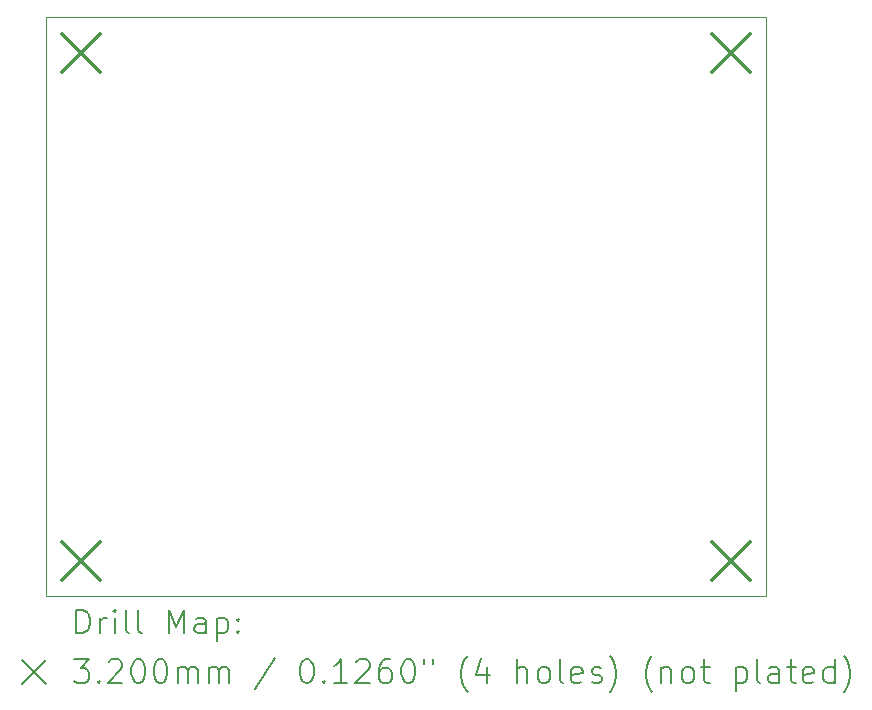
<source format=gbr>
%TF.GenerationSoftware,KiCad,Pcbnew,8.0.5*%
%TF.CreationDate,2025-02-06T11:14:05+08:00*%
%TF.ProjectId,arduino_solar_bikelight_1,61726475-696e-46f5-9f73-6f6c61725f62,rev?*%
%TF.SameCoordinates,Original*%
%TF.FileFunction,Drillmap*%
%TF.FilePolarity,Positive*%
%FSLAX45Y45*%
G04 Gerber Fmt 4.5, Leading zero omitted, Abs format (unit mm)*
G04 Created by KiCad (PCBNEW 8.0.5) date 2025-02-06 11:14:05*
%MOMM*%
%LPD*%
G01*
G04 APERTURE LIST*
%ADD10C,0.050000*%
%ADD11C,0.200000*%
%ADD12C,0.320000*%
G04 APERTURE END LIST*
D10*
X12674500Y-5839500D02*
X18774500Y-5839500D01*
X18774500Y-10739500D01*
X12674500Y-10739500D01*
X12674500Y-5839500D01*
D11*
D12*
X12814500Y-5979500D02*
X13134500Y-6299500D01*
X13134500Y-5979500D02*
X12814500Y-6299500D01*
X12814500Y-10279500D02*
X13134500Y-10599500D01*
X13134500Y-10279500D02*
X12814500Y-10599500D01*
X18314500Y-5979500D02*
X18634500Y-6299500D01*
X18634500Y-5979500D02*
X18314500Y-6299500D01*
X18314500Y-10279500D02*
X18634500Y-10599500D01*
X18634500Y-10279500D02*
X18314500Y-10599500D01*
D11*
X12932777Y-11053484D02*
X12932777Y-10853484D01*
X12932777Y-10853484D02*
X12980396Y-10853484D01*
X12980396Y-10853484D02*
X13008967Y-10863008D01*
X13008967Y-10863008D02*
X13028015Y-10882055D01*
X13028015Y-10882055D02*
X13037539Y-10901103D01*
X13037539Y-10901103D02*
X13047062Y-10939198D01*
X13047062Y-10939198D02*
X13047062Y-10967770D01*
X13047062Y-10967770D02*
X13037539Y-11005865D01*
X13037539Y-11005865D02*
X13028015Y-11024912D01*
X13028015Y-11024912D02*
X13008967Y-11043960D01*
X13008967Y-11043960D02*
X12980396Y-11053484D01*
X12980396Y-11053484D02*
X12932777Y-11053484D01*
X13132777Y-11053484D02*
X13132777Y-10920150D01*
X13132777Y-10958246D02*
X13142301Y-10939198D01*
X13142301Y-10939198D02*
X13151824Y-10929674D01*
X13151824Y-10929674D02*
X13170872Y-10920150D01*
X13170872Y-10920150D02*
X13189920Y-10920150D01*
X13256586Y-11053484D02*
X13256586Y-10920150D01*
X13256586Y-10853484D02*
X13247062Y-10863008D01*
X13247062Y-10863008D02*
X13256586Y-10872531D01*
X13256586Y-10872531D02*
X13266110Y-10863008D01*
X13266110Y-10863008D02*
X13256586Y-10853484D01*
X13256586Y-10853484D02*
X13256586Y-10872531D01*
X13380396Y-11053484D02*
X13361348Y-11043960D01*
X13361348Y-11043960D02*
X13351824Y-11024912D01*
X13351824Y-11024912D02*
X13351824Y-10853484D01*
X13485158Y-11053484D02*
X13466110Y-11043960D01*
X13466110Y-11043960D02*
X13456586Y-11024912D01*
X13456586Y-11024912D02*
X13456586Y-10853484D01*
X13713729Y-11053484D02*
X13713729Y-10853484D01*
X13713729Y-10853484D02*
X13780396Y-10996341D01*
X13780396Y-10996341D02*
X13847062Y-10853484D01*
X13847062Y-10853484D02*
X13847062Y-11053484D01*
X14028015Y-11053484D02*
X14028015Y-10948722D01*
X14028015Y-10948722D02*
X14018491Y-10929674D01*
X14018491Y-10929674D02*
X13999443Y-10920150D01*
X13999443Y-10920150D02*
X13961348Y-10920150D01*
X13961348Y-10920150D02*
X13942301Y-10929674D01*
X14028015Y-11043960D02*
X14008967Y-11053484D01*
X14008967Y-11053484D02*
X13961348Y-11053484D01*
X13961348Y-11053484D02*
X13942301Y-11043960D01*
X13942301Y-11043960D02*
X13932777Y-11024912D01*
X13932777Y-11024912D02*
X13932777Y-11005865D01*
X13932777Y-11005865D02*
X13942301Y-10986817D01*
X13942301Y-10986817D02*
X13961348Y-10977293D01*
X13961348Y-10977293D02*
X14008967Y-10977293D01*
X14008967Y-10977293D02*
X14028015Y-10967770D01*
X14123253Y-10920150D02*
X14123253Y-11120150D01*
X14123253Y-10929674D02*
X14142301Y-10920150D01*
X14142301Y-10920150D02*
X14180396Y-10920150D01*
X14180396Y-10920150D02*
X14199443Y-10929674D01*
X14199443Y-10929674D02*
X14208967Y-10939198D01*
X14208967Y-10939198D02*
X14218491Y-10958246D01*
X14218491Y-10958246D02*
X14218491Y-11015389D01*
X14218491Y-11015389D02*
X14208967Y-11034436D01*
X14208967Y-11034436D02*
X14199443Y-11043960D01*
X14199443Y-11043960D02*
X14180396Y-11053484D01*
X14180396Y-11053484D02*
X14142301Y-11053484D01*
X14142301Y-11053484D02*
X14123253Y-11043960D01*
X14304205Y-11034436D02*
X14313729Y-11043960D01*
X14313729Y-11043960D02*
X14304205Y-11053484D01*
X14304205Y-11053484D02*
X14294682Y-11043960D01*
X14294682Y-11043960D02*
X14304205Y-11034436D01*
X14304205Y-11034436D02*
X14304205Y-11053484D01*
X14304205Y-10929674D02*
X14313729Y-10939198D01*
X14313729Y-10939198D02*
X14304205Y-10948722D01*
X14304205Y-10948722D02*
X14294682Y-10939198D01*
X14294682Y-10939198D02*
X14304205Y-10929674D01*
X14304205Y-10929674D02*
X14304205Y-10948722D01*
X12472000Y-11282000D02*
X12672000Y-11482000D01*
X12672000Y-11282000D02*
X12472000Y-11482000D01*
X12913729Y-11273484D02*
X13037539Y-11273484D01*
X13037539Y-11273484D02*
X12970872Y-11349674D01*
X12970872Y-11349674D02*
X12999443Y-11349674D01*
X12999443Y-11349674D02*
X13018491Y-11359198D01*
X13018491Y-11359198D02*
X13028015Y-11368722D01*
X13028015Y-11368722D02*
X13037539Y-11387769D01*
X13037539Y-11387769D02*
X13037539Y-11435388D01*
X13037539Y-11435388D02*
X13028015Y-11454436D01*
X13028015Y-11454436D02*
X13018491Y-11463960D01*
X13018491Y-11463960D02*
X12999443Y-11473484D01*
X12999443Y-11473484D02*
X12942301Y-11473484D01*
X12942301Y-11473484D02*
X12923253Y-11463960D01*
X12923253Y-11463960D02*
X12913729Y-11454436D01*
X13123253Y-11454436D02*
X13132777Y-11463960D01*
X13132777Y-11463960D02*
X13123253Y-11473484D01*
X13123253Y-11473484D02*
X13113729Y-11463960D01*
X13113729Y-11463960D02*
X13123253Y-11454436D01*
X13123253Y-11454436D02*
X13123253Y-11473484D01*
X13208967Y-11292531D02*
X13218491Y-11283008D01*
X13218491Y-11283008D02*
X13237539Y-11273484D01*
X13237539Y-11273484D02*
X13285158Y-11273484D01*
X13285158Y-11273484D02*
X13304205Y-11283008D01*
X13304205Y-11283008D02*
X13313729Y-11292531D01*
X13313729Y-11292531D02*
X13323253Y-11311579D01*
X13323253Y-11311579D02*
X13323253Y-11330627D01*
X13323253Y-11330627D02*
X13313729Y-11359198D01*
X13313729Y-11359198D02*
X13199443Y-11473484D01*
X13199443Y-11473484D02*
X13323253Y-11473484D01*
X13447062Y-11273484D02*
X13466110Y-11273484D01*
X13466110Y-11273484D02*
X13485158Y-11283008D01*
X13485158Y-11283008D02*
X13494682Y-11292531D01*
X13494682Y-11292531D02*
X13504205Y-11311579D01*
X13504205Y-11311579D02*
X13513729Y-11349674D01*
X13513729Y-11349674D02*
X13513729Y-11397293D01*
X13513729Y-11397293D02*
X13504205Y-11435388D01*
X13504205Y-11435388D02*
X13494682Y-11454436D01*
X13494682Y-11454436D02*
X13485158Y-11463960D01*
X13485158Y-11463960D02*
X13466110Y-11473484D01*
X13466110Y-11473484D02*
X13447062Y-11473484D01*
X13447062Y-11473484D02*
X13428015Y-11463960D01*
X13428015Y-11463960D02*
X13418491Y-11454436D01*
X13418491Y-11454436D02*
X13408967Y-11435388D01*
X13408967Y-11435388D02*
X13399443Y-11397293D01*
X13399443Y-11397293D02*
X13399443Y-11349674D01*
X13399443Y-11349674D02*
X13408967Y-11311579D01*
X13408967Y-11311579D02*
X13418491Y-11292531D01*
X13418491Y-11292531D02*
X13428015Y-11283008D01*
X13428015Y-11283008D02*
X13447062Y-11273484D01*
X13637539Y-11273484D02*
X13656586Y-11273484D01*
X13656586Y-11273484D02*
X13675634Y-11283008D01*
X13675634Y-11283008D02*
X13685158Y-11292531D01*
X13685158Y-11292531D02*
X13694682Y-11311579D01*
X13694682Y-11311579D02*
X13704205Y-11349674D01*
X13704205Y-11349674D02*
X13704205Y-11397293D01*
X13704205Y-11397293D02*
X13694682Y-11435388D01*
X13694682Y-11435388D02*
X13685158Y-11454436D01*
X13685158Y-11454436D02*
X13675634Y-11463960D01*
X13675634Y-11463960D02*
X13656586Y-11473484D01*
X13656586Y-11473484D02*
X13637539Y-11473484D01*
X13637539Y-11473484D02*
X13618491Y-11463960D01*
X13618491Y-11463960D02*
X13608967Y-11454436D01*
X13608967Y-11454436D02*
X13599443Y-11435388D01*
X13599443Y-11435388D02*
X13589920Y-11397293D01*
X13589920Y-11397293D02*
X13589920Y-11349674D01*
X13589920Y-11349674D02*
X13599443Y-11311579D01*
X13599443Y-11311579D02*
X13608967Y-11292531D01*
X13608967Y-11292531D02*
X13618491Y-11283008D01*
X13618491Y-11283008D02*
X13637539Y-11273484D01*
X13789920Y-11473484D02*
X13789920Y-11340150D01*
X13789920Y-11359198D02*
X13799443Y-11349674D01*
X13799443Y-11349674D02*
X13818491Y-11340150D01*
X13818491Y-11340150D02*
X13847063Y-11340150D01*
X13847063Y-11340150D02*
X13866110Y-11349674D01*
X13866110Y-11349674D02*
X13875634Y-11368722D01*
X13875634Y-11368722D02*
X13875634Y-11473484D01*
X13875634Y-11368722D02*
X13885158Y-11349674D01*
X13885158Y-11349674D02*
X13904205Y-11340150D01*
X13904205Y-11340150D02*
X13932777Y-11340150D01*
X13932777Y-11340150D02*
X13951824Y-11349674D01*
X13951824Y-11349674D02*
X13961348Y-11368722D01*
X13961348Y-11368722D02*
X13961348Y-11473484D01*
X14056586Y-11473484D02*
X14056586Y-11340150D01*
X14056586Y-11359198D02*
X14066110Y-11349674D01*
X14066110Y-11349674D02*
X14085158Y-11340150D01*
X14085158Y-11340150D02*
X14113729Y-11340150D01*
X14113729Y-11340150D02*
X14132777Y-11349674D01*
X14132777Y-11349674D02*
X14142301Y-11368722D01*
X14142301Y-11368722D02*
X14142301Y-11473484D01*
X14142301Y-11368722D02*
X14151824Y-11349674D01*
X14151824Y-11349674D02*
X14170872Y-11340150D01*
X14170872Y-11340150D02*
X14199443Y-11340150D01*
X14199443Y-11340150D02*
X14218491Y-11349674D01*
X14218491Y-11349674D02*
X14228015Y-11368722D01*
X14228015Y-11368722D02*
X14228015Y-11473484D01*
X14618491Y-11263960D02*
X14447063Y-11521103D01*
X14875634Y-11273484D02*
X14894682Y-11273484D01*
X14894682Y-11273484D02*
X14913729Y-11283008D01*
X14913729Y-11283008D02*
X14923253Y-11292531D01*
X14923253Y-11292531D02*
X14932777Y-11311579D01*
X14932777Y-11311579D02*
X14942301Y-11349674D01*
X14942301Y-11349674D02*
X14942301Y-11397293D01*
X14942301Y-11397293D02*
X14932777Y-11435388D01*
X14932777Y-11435388D02*
X14923253Y-11454436D01*
X14923253Y-11454436D02*
X14913729Y-11463960D01*
X14913729Y-11463960D02*
X14894682Y-11473484D01*
X14894682Y-11473484D02*
X14875634Y-11473484D01*
X14875634Y-11473484D02*
X14856586Y-11463960D01*
X14856586Y-11463960D02*
X14847063Y-11454436D01*
X14847063Y-11454436D02*
X14837539Y-11435388D01*
X14837539Y-11435388D02*
X14828015Y-11397293D01*
X14828015Y-11397293D02*
X14828015Y-11349674D01*
X14828015Y-11349674D02*
X14837539Y-11311579D01*
X14837539Y-11311579D02*
X14847063Y-11292531D01*
X14847063Y-11292531D02*
X14856586Y-11283008D01*
X14856586Y-11283008D02*
X14875634Y-11273484D01*
X15028015Y-11454436D02*
X15037539Y-11463960D01*
X15037539Y-11463960D02*
X15028015Y-11473484D01*
X15028015Y-11473484D02*
X15018491Y-11463960D01*
X15018491Y-11463960D02*
X15028015Y-11454436D01*
X15028015Y-11454436D02*
X15028015Y-11473484D01*
X15228015Y-11473484D02*
X15113729Y-11473484D01*
X15170872Y-11473484D02*
X15170872Y-11273484D01*
X15170872Y-11273484D02*
X15151825Y-11302055D01*
X15151825Y-11302055D02*
X15132777Y-11321103D01*
X15132777Y-11321103D02*
X15113729Y-11330627D01*
X15304206Y-11292531D02*
X15313729Y-11283008D01*
X15313729Y-11283008D02*
X15332777Y-11273484D01*
X15332777Y-11273484D02*
X15380396Y-11273484D01*
X15380396Y-11273484D02*
X15399444Y-11283008D01*
X15399444Y-11283008D02*
X15408967Y-11292531D01*
X15408967Y-11292531D02*
X15418491Y-11311579D01*
X15418491Y-11311579D02*
X15418491Y-11330627D01*
X15418491Y-11330627D02*
X15408967Y-11359198D01*
X15408967Y-11359198D02*
X15294682Y-11473484D01*
X15294682Y-11473484D02*
X15418491Y-11473484D01*
X15589920Y-11273484D02*
X15551825Y-11273484D01*
X15551825Y-11273484D02*
X15532777Y-11283008D01*
X15532777Y-11283008D02*
X15523253Y-11292531D01*
X15523253Y-11292531D02*
X15504206Y-11321103D01*
X15504206Y-11321103D02*
X15494682Y-11359198D01*
X15494682Y-11359198D02*
X15494682Y-11435388D01*
X15494682Y-11435388D02*
X15504206Y-11454436D01*
X15504206Y-11454436D02*
X15513729Y-11463960D01*
X15513729Y-11463960D02*
X15532777Y-11473484D01*
X15532777Y-11473484D02*
X15570872Y-11473484D01*
X15570872Y-11473484D02*
X15589920Y-11463960D01*
X15589920Y-11463960D02*
X15599444Y-11454436D01*
X15599444Y-11454436D02*
X15608967Y-11435388D01*
X15608967Y-11435388D02*
X15608967Y-11387769D01*
X15608967Y-11387769D02*
X15599444Y-11368722D01*
X15599444Y-11368722D02*
X15589920Y-11359198D01*
X15589920Y-11359198D02*
X15570872Y-11349674D01*
X15570872Y-11349674D02*
X15532777Y-11349674D01*
X15532777Y-11349674D02*
X15513729Y-11359198D01*
X15513729Y-11359198D02*
X15504206Y-11368722D01*
X15504206Y-11368722D02*
X15494682Y-11387769D01*
X15732777Y-11273484D02*
X15751825Y-11273484D01*
X15751825Y-11273484D02*
X15770872Y-11283008D01*
X15770872Y-11283008D02*
X15780396Y-11292531D01*
X15780396Y-11292531D02*
X15789920Y-11311579D01*
X15789920Y-11311579D02*
X15799444Y-11349674D01*
X15799444Y-11349674D02*
X15799444Y-11397293D01*
X15799444Y-11397293D02*
X15789920Y-11435388D01*
X15789920Y-11435388D02*
X15780396Y-11454436D01*
X15780396Y-11454436D02*
X15770872Y-11463960D01*
X15770872Y-11463960D02*
X15751825Y-11473484D01*
X15751825Y-11473484D02*
X15732777Y-11473484D01*
X15732777Y-11473484D02*
X15713729Y-11463960D01*
X15713729Y-11463960D02*
X15704206Y-11454436D01*
X15704206Y-11454436D02*
X15694682Y-11435388D01*
X15694682Y-11435388D02*
X15685158Y-11397293D01*
X15685158Y-11397293D02*
X15685158Y-11349674D01*
X15685158Y-11349674D02*
X15694682Y-11311579D01*
X15694682Y-11311579D02*
X15704206Y-11292531D01*
X15704206Y-11292531D02*
X15713729Y-11283008D01*
X15713729Y-11283008D02*
X15732777Y-11273484D01*
X15875634Y-11273484D02*
X15875634Y-11311579D01*
X15951825Y-11273484D02*
X15951825Y-11311579D01*
X16247063Y-11549674D02*
X16237539Y-11540150D01*
X16237539Y-11540150D02*
X16218491Y-11511579D01*
X16218491Y-11511579D02*
X16208968Y-11492531D01*
X16208968Y-11492531D02*
X16199444Y-11463960D01*
X16199444Y-11463960D02*
X16189920Y-11416341D01*
X16189920Y-11416341D02*
X16189920Y-11378246D01*
X16189920Y-11378246D02*
X16199444Y-11330627D01*
X16199444Y-11330627D02*
X16208968Y-11302055D01*
X16208968Y-11302055D02*
X16218491Y-11283008D01*
X16218491Y-11283008D02*
X16237539Y-11254436D01*
X16237539Y-11254436D02*
X16247063Y-11244912D01*
X16408968Y-11340150D02*
X16408968Y-11473484D01*
X16361348Y-11263960D02*
X16313729Y-11406817D01*
X16313729Y-11406817D02*
X16437539Y-11406817D01*
X16666110Y-11473484D02*
X16666110Y-11273484D01*
X16751825Y-11473484D02*
X16751825Y-11368722D01*
X16751825Y-11368722D02*
X16742301Y-11349674D01*
X16742301Y-11349674D02*
X16723253Y-11340150D01*
X16723253Y-11340150D02*
X16694682Y-11340150D01*
X16694682Y-11340150D02*
X16675634Y-11349674D01*
X16675634Y-11349674D02*
X16666110Y-11359198D01*
X16875634Y-11473484D02*
X16856587Y-11463960D01*
X16856587Y-11463960D02*
X16847063Y-11454436D01*
X16847063Y-11454436D02*
X16837539Y-11435388D01*
X16837539Y-11435388D02*
X16837539Y-11378246D01*
X16837539Y-11378246D02*
X16847063Y-11359198D01*
X16847063Y-11359198D02*
X16856587Y-11349674D01*
X16856587Y-11349674D02*
X16875634Y-11340150D01*
X16875634Y-11340150D02*
X16904206Y-11340150D01*
X16904206Y-11340150D02*
X16923253Y-11349674D01*
X16923253Y-11349674D02*
X16932777Y-11359198D01*
X16932777Y-11359198D02*
X16942301Y-11378246D01*
X16942301Y-11378246D02*
X16942301Y-11435388D01*
X16942301Y-11435388D02*
X16932777Y-11454436D01*
X16932777Y-11454436D02*
X16923253Y-11463960D01*
X16923253Y-11463960D02*
X16904206Y-11473484D01*
X16904206Y-11473484D02*
X16875634Y-11473484D01*
X17056587Y-11473484D02*
X17037539Y-11463960D01*
X17037539Y-11463960D02*
X17028015Y-11444912D01*
X17028015Y-11444912D02*
X17028015Y-11273484D01*
X17208968Y-11463960D02*
X17189920Y-11473484D01*
X17189920Y-11473484D02*
X17151825Y-11473484D01*
X17151825Y-11473484D02*
X17132777Y-11463960D01*
X17132777Y-11463960D02*
X17123253Y-11444912D01*
X17123253Y-11444912D02*
X17123253Y-11368722D01*
X17123253Y-11368722D02*
X17132777Y-11349674D01*
X17132777Y-11349674D02*
X17151825Y-11340150D01*
X17151825Y-11340150D02*
X17189920Y-11340150D01*
X17189920Y-11340150D02*
X17208968Y-11349674D01*
X17208968Y-11349674D02*
X17218492Y-11368722D01*
X17218492Y-11368722D02*
X17218492Y-11387769D01*
X17218492Y-11387769D02*
X17123253Y-11406817D01*
X17294682Y-11463960D02*
X17313730Y-11473484D01*
X17313730Y-11473484D02*
X17351825Y-11473484D01*
X17351825Y-11473484D02*
X17370873Y-11463960D01*
X17370873Y-11463960D02*
X17380396Y-11444912D01*
X17380396Y-11444912D02*
X17380396Y-11435388D01*
X17380396Y-11435388D02*
X17370873Y-11416341D01*
X17370873Y-11416341D02*
X17351825Y-11406817D01*
X17351825Y-11406817D02*
X17323253Y-11406817D01*
X17323253Y-11406817D02*
X17304206Y-11397293D01*
X17304206Y-11397293D02*
X17294682Y-11378246D01*
X17294682Y-11378246D02*
X17294682Y-11368722D01*
X17294682Y-11368722D02*
X17304206Y-11349674D01*
X17304206Y-11349674D02*
X17323253Y-11340150D01*
X17323253Y-11340150D02*
X17351825Y-11340150D01*
X17351825Y-11340150D02*
X17370873Y-11349674D01*
X17447063Y-11549674D02*
X17456587Y-11540150D01*
X17456587Y-11540150D02*
X17475634Y-11511579D01*
X17475634Y-11511579D02*
X17485158Y-11492531D01*
X17485158Y-11492531D02*
X17494682Y-11463960D01*
X17494682Y-11463960D02*
X17504206Y-11416341D01*
X17504206Y-11416341D02*
X17504206Y-11378246D01*
X17504206Y-11378246D02*
X17494682Y-11330627D01*
X17494682Y-11330627D02*
X17485158Y-11302055D01*
X17485158Y-11302055D02*
X17475634Y-11283008D01*
X17475634Y-11283008D02*
X17456587Y-11254436D01*
X17456587Y-11254436D02*
X17447063Y-11244912D01*
X17808968Y-11549674D02*
X17799444Y-11540150D01*
X17799444Y-11540150D02*
X17780396Y-11511579D01*
X17780396Y-11511579D02*
X17770873Y-11492531D01*
X17770873Y-11492531D02*
X17761349Y-11463960D01*
X17761349Y-11463960D02*
X17751825Y-11416341D01*
X17751825Y-11416341D02*
X17751825Y-11378246D01*
X17751825Y-11378246D02*
X17761349Y-11330627D01*
X17761349Y-11330627D02*
X17770873Y-11302055D01*
X17770873Y-11302055D02*
X17780396Y-11283008D01*
X17780396Y-11283008D02*
X17799444Y-11254436D01*
X17799444Y-11254436D02*
X17808968Y-11244912D01*
X17885158Y-11340150D02*
X17885158Y-11473484D01*
X17885158Y-11359198D02*
X17894682Y-11349674D01*
X17894682Y-11349674D02*
X17913730Y-11340150D01*
X17913730Y-11340150D02*
X17942301Y-11340150D01*
X17942301Y-11340150D02*
X17961349Y-11349674D01*
X17961349Y-11349674D02*
X17970873Y-11368722D01*
X17970873Y-11368722D02*
X17970873Y-11473484D01*
X18094682Y-11473484D02*
X18075634Y-11463960D01*
X18075634Y-11463960D02*
X18066111Y-11454436D01*
X18066111Y-11454436D02*
X18056587Y-11435388D01*
X18056587Y-11435388D02*
X18056587Y-11378246D01*
X18056587Y-11378246D02*
X18066111Y-11359198D01*
X18066111Y-11359198D02*
X18075634Y-11349674D01*
X18075634Y-11349674D02*
X18094682Y-11340150D01*
X18094682Y-11340150D02*
X18123254Y-11340150D01*
X18123254Y-11340150D02*
X18142301Y-11349674D01*
X18142301Y-11349674D02*
X18151825Y-11359198D01*
X18151825Y-11359198D02*
X18161349Y-11378246D01*
X18161349Y-11378246D02*
X18161349Y-11435388D01*
X18161349Y-11435388D02*
X18151825Y-11454436D01*
X18151825Y-11454436D02*
X18142301Y-11463960D01*
X18142301Y-11463960D02*
X18123254Y-11473484D01*
X18123254Y-11473484D02*
X18094682Y-11473484D01*
X18218492Y-11340150D02*
X18294682Y-11340150D01*
X18247063Y-11273484D02*
X18247063Y-11444912D01*
X18247063Y-11444912D02*
X18256587Y-11463960D01*
X18256587Y-11463960D02*
X18275634Y-11473484D01*
X18275634Y-11473484D02*
X18294682Y-11473484D01*
X18513730Y-11340150D02*
X18513730Y-11540150D01*
X18513730Y-11349674D02*
X18532777Y-11340150D01*
X18532777Y-11340150D02*
X18570873Y-11340150D01*
X18570873Y-11340150D02*
X18589920Y-11349674D01*
X18589920Y-11349674D02*
X18599444Y-11359198D01*
X18599444Y-11359198D02*
X18608968Y-11378246D01*
X18608968Y-11378246D02*
X18608968Y-11435388D01*
X18608968Y-11435388D02*
X18599444Y-11454436D01*
X18599444Y-11454436D02*
X18589920Y-11463960D01*
X18589920Y-11463960D02*
X18570873Y-11473484D01*
X18570873Y-11473484D02*
X18532777Y-11473484D01*
X18532777Y-11473484D02*
X18513730Y-11463960D01*
X18723254Y-11473484D02*
X18704206Y-11463960D01*
X18704206Y-11463960D02*
X18694682Y-11444912D01*
X18694682Y-11444912D02*
X18694682Y-11273484D01*
X18885158Y-11473484D02*
X18885158Y-11368722D01*
X18885158Y-11368722D02*
X18875635Y-11349674D01*
X18875635Y-11349674D02*
X18856587Y-11340150D01*
X18856587Y-11340150D02*
X18818492Y-11340150D01*
X18818492Y-11340150D02*
X18799444Y-11349674D01*
X18885158Y-11463960D02*
X18866111Y-11473484D01*
X18866111Y-11473484D02*
X18818492Y-11473484D01*
X18818492Y-11473484D02*
X18799444Y-11463960D01*
X18799444Y-11463960D02*
X18789920Y-11444912D01*
X18789920Y-11444912D02*
X18789920Y-11425865D01*
X18789920Y-11425865D02*
X18799444Y-11406817D01*
X18799444Y-11406817D02*
X18818492Y-11397293D01*
X18818492Y-11397293D02*
X18866111Y-11397293D01*
X18866111Y-11397293D02*
X18885158Y-11387769D01*
X18951825Y-11340150D02*
X19028015Y-11340150D01*
X18980396Y-11273484D02*
X18980396Y-11444912D01*
X18980396Y-11444912D02*
X18989920Y-11463960D01*
X18989920Y-11463960D02*
X19008968Y-11473484D01*
X19008968Y-11473484D02*
X19028015Y-11473484D01*
X19170873Y-11463960D02*
X19151825Y-11473484D01*
X19151825Y-11473484D02*
X19113730Y-11473484D01*
X19113730Y-11473484D02*
X19094682Y-11463960D01*
X19094682Y-11463960D02*
X19085158Y-11444912D01*
X19085158Y-11444912D02*
X19085158Y-11368722D01*
X19085158Y-11368722D02*
X19094682Y-11349674D01*
X19094682Y-11349674D02*
X19113730Y-11340150D01*
X19113730Y-11340150D02*
X19151825Y-11340150D01*
X19151825Y-11340150D02*
X19170873Y-11349674D01*
X19170873Y-11349674D02*
X19180396Y-11368722D01*
X19180396Y-11368722D02*
X19180396Y-11387769D01*
X19180396Y-11387769D02*
X19085158Y-11406817D01*
X19351825Y-11473484D02*
X19351825Y-11273484D01*
X19351825Y-11463960D02*
X19332777Y-11473484D01*
X19332777Y-11473484D02*
X19294682Y-11473484D01*
X19294682Y-11473484D02*
X19275635Y-11463960D01*
X19275635Y-11463960D02*
X19266111Y-11454436D01*
X19266111Y-11454436D02*
X19256587Y-11435388D01*
X19256587Y-11435388D02*
X19256587Y-11378246D01*
X19256587Y-11378246D02*
X19266111Y-11359198D01*
X19266111Y-11359198D02*
X19275635Y-11349674D01*
X19275635Y-11349674D02*
X19294682Y-11340150D01*
X19294682Y-11340150D02*
X19332777Y-11340150D01*
X19332777Y-11340150D02*
X19351825Y-11349674D01*
X19428016Y-11549674D02*
X19437539Y-11540150D01*
X19437539Y-11540150D02*
X19456587Y-11511579D01*
X19456587Y-11511579D02*
X19466111Y-11492531D01*
X19466111Y-11492531D02*
X19475635Y-11463960D01*
X19475635Y-11463960D02*
X19485158Y-11416341D01*
X19485158Y-11416341D02*
X19485158Y-11378246D01*
X19485158Y-11378246D02*
X19475635Y-11330627D01*
X19475635Y-11330627D02*
X19466111Y-11302055D01*
X19466111Y-11302055D02*
X19456587Y-11283008D01*
X19456587Y-11283008D02*
X19437539Y-11254436D01*
X19437539Y-11254436D02*
X19428016Y-11244912D01*
M02*

</source>
